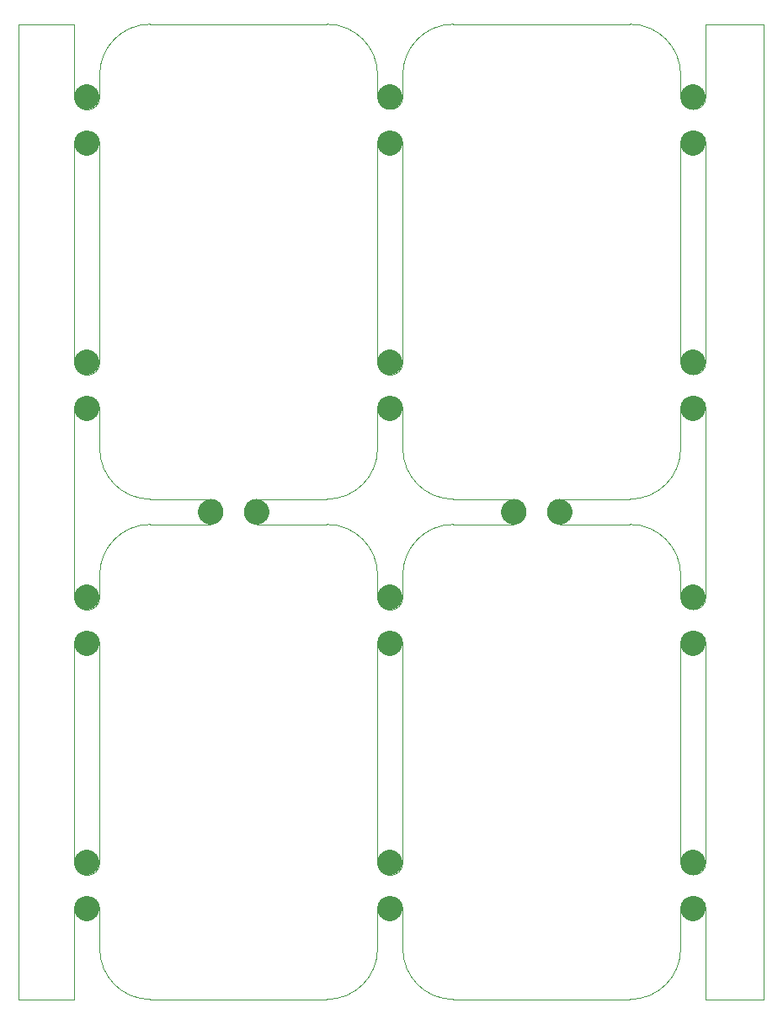
<source format=gbr>
G04 #@! TF.GenerationSoftware,KiCad,Pcbnew,(5.1.6)-1*
G04 #@! TF.CreationDate,2020-10-30T01:23:07+08:00*
G04 #@! TF.ProjectId,panelized2,70616e65-6c69-47a6-9564-322e6b696361,rev?*
G04 #@! TF.SameCoordinates,Original*
G04 #@! TF.FileFunction,Other,ECO1*
%FSLAX46Y46*%
G04 Gerber Fmt 4.6, Leading zero omitted, Abs format (unit mm)*
G04 Created by KiCad (PCBNEW (5.1.6)-1) date 2020-10-30 01:23:07*
%MOMM*%
%LPD*%
G01*
G04 APERTURE LIST*
G04 #@! TA.AperFunction,Profile*
%ADD10C,0.050000*%
G04 #@! TD*
%ADD11C,2.540000*%
G04 APERTURE END LIST*
D10*
X156209998Y-82803999D02*
G75*
G02*
X153670002Y-82804000I-1269998J-1D01*
G01*
X153670063Y-60756801D02*
G75*
G02*
X156210000Y-60769500I1269937J-12699D01*
G01*
X153670063Y-111048801D02*
G75*
G02*
X156210000Y-111061500I1269937J-12699D01*
G01*
X156209998Y-133095999D02*
G75*
G02*
X153670002Y-133096000I-1269998J-1D01*
G01*
X179070000Y-146812000D02*
X161290000Y-146812000D01*
X125729998Y-82803999D02*
G75*
G02*
X123190002Y-82804000I-1269998J-1D01*
G01*
X123190063Y-60756801D02*
G75*
G02*
X125730000Y-60769500I1269937J-12699D01*
G01*
X153670063Y-87426801D02*
G75*
G02*
X156210000Y-87439500I1269937J-12699D01*
G01*
X141541500Y-99060000D02*
X148590000Y-99060000D01*
X130810000Y-99060000D02*
X136855200Y-99060000D01*
X172021500Y-99060000D02*
X179070000Y-99060000D01*
X161290000Y-99060000D02*
X167335200Y-99060000D01*
X156209998Y-106425999D02*
G75*
G02*
X153670002Y-106426000I-1269998J-1D01*
G01*
X125729998Y-106425999D02*
G75*
G02*
X123190002Y-106426000I-1269998J-1D01*
G01*
X123190063Y-87426801D02*
G75*
G02*
X125730000Y-87439500I1269937J-12699D01*
G01*
X125729998Y-133095999D02*
G75*
G02*
X123190002Y-133096000I-1269998J-1D01*
G01*
X123190063Y-111048801D02*
G75*
G02*
X125730000Y-111061500I1269937J-12699D01*
G01*
X123190063Y-137718801D02*
G75*
G02*
X125730000Y-137731500I1269937J-12699D01*
G01*
X156210000Y-137731500D02*
X156210000Y-141732000D01*
X153670063Y-137718801D02*
G75*
G02*
X156210000Y-137731500I1269937J-12699D01*
G01*
X156209997Y-56134001D02*
G75*
G02*
X153670002Y-56133998I-1269997J63501D01*
G01*
X125729998Y-56133999D02*
G75*
G02*
X123190002Y-56134000I-1269998J-1D01*
G01*
X125730000Y-53848000D02*
X125730000Y-56134000D01*
X117602000Y-146812000D02*
X123190000Y-146812000D01*
X123190000Y-111048800D02*
X123190001Y-133095999D01*
X123190000Y-87426800D02*
X123190001Y-106425999D01*
X123190000Y-60756800D02*
X123190001Y-82803999D01*
X123190000Y-48768000D02*
X123190001Y-56133999D01*
X117602000Y-48768000D02*
X123190000Y-48768000D01*
X117602000Y-146812000D02*
X117602000Y-48768000D01*
X123190000Y-137718800D02*
X123190000Y-146812000D01*
X186691015Y-82753201D02*
X186690000Y-60756800D01*
X186690000Y-87426800D02*
X186691015Y-106375201D01*
X186691015Y-133045201D02*
X186690000Y-111048800D01*
X186690000Y-146812000D02*
X192532000Y-146812000D01*
X192532000Y-48768000D02*
X192532000Y-146812000D01*
X186690000Y-137718800D02*
X186690000Y-146812000D01*
X186690000Y-48768000D02*
X192532000Y-48768000D01*
X186691015Y-56083201D02*
X186690000Y-48768000D01*
X136855200Y-146812000D02*
X141541500Y-146812000D01*
X184150000Y-111048800D02*
G75*
G02*
X186690000Y-111048800I1270000J0D01*
G01*
X184150000Y-60756800D02*
G75*
G02*
X186690000Y-60756800I1270000J0D01*
G01*
X186691015Y-133045201D02*
G75*
G02*
X184150001Y-133095999I-1271015J1D01*
G01*
X184150000Y-87426800D02*
G75*
G02*
X186690000Y-87426800I1270000J0D01*
G01*
X184150000Y-137718800D02*
G75*
G02*
X186690000Y-137718800I1270000J0D01*
G01*
X186691015Y-106375201D02*
G75*
G02*
X184150001Y-106425999I-1271015J1D01*
G01*
X186691015Y-56083201D02*
G75*
G02*
X184150001Y-56133999I-1271015J1D01*
G01*
X186691015Y-82753201D02*
G75*
G02*
X184150001Y-82803999I-1271015J1D01*
G01*
X184150000Y-104140000D02*
X184150001Y-106425999D01*
X153670000Y-104140000D02*
X153670001Y-106425999D01*
X184150000Y-53848000D02*
X184150001Y-56133999D01*
X136855200Y-146812000D02*
X130810000Y-146812000D01*
X167335200Y-96520000D02*
X161290000Y-96520000D01*
X156210000Y-104140000D02*
X156210000Y-106426000D01*
X125730000Y-104140000D02*
X125730000Y-106426000D01*
X156210000Y-53848000D02*
X156210000Y-56134000D01*
X167335200Y-96520000D02*
G75*
G02*
X167335200Y-99060000I0J-1270000D01*
G01*
X156210000Y-111061500D02*
X156210000Y-133096000D01*
X125730000Y-111061500D02*
X125730000Y-133096000D01*
X156210000Y-60769500D02*
X156210000Y-82804000D01*
X172021500Y-99060000D02*
G75*
G02*
X172021500Y-96520000I0J1270000D01*
G01*
X184150000Y-141732000D02*
X184150000Y-137718800D01*
X153670000Y-141732000D02*
X153670000Y-137718800D01*
X184150000Y-91440000D02*
X184150000Y-87426800D01*
X148590000Y-146812000D02*
X141541500Y-146812000D01*
X179070000Y-96520000D02*
X172021500Y-96520000D01*
X184150001Y-133095999D02*
X184150000Y-111048800D01*
X153670001Y-133095999D02*
X153670000Y-111048800D01*
X184150001Y-82803999D02*
X184150000Y-60756800D01*
X125730000Y-141732000D02*
X125730000Y-137731500D01*
X156210000Y-91440000D02*
X156210000Y-87439500D01*
X161290000Y-48768000D02*
X179070000Y-48768000D01*
X161290000Y-146812000D02*
G75*
G02*
X156210000Y-141732000I0J5080000D01*
G01*
X130810000Y-146812000D02*
G75*
G02*
X125730000Y-141732000I0J5080000D01*
G01*
X161290000Y-96520000D02*
G75*
G02*
X156210000Y-91440000I0J5080000D01*
G01*
X184150000Y-141732000D02*
G75*
G02*
X179070000Y-146812000I-5080000J0D01*
G01*
X153670000Y-141732000D02*
G75*
G02*
X148590000Y-146812000I-5080000J0D01*
G01*
X184150000Y-91440000D02*
G75*
G02*
X179070000Y-96520000I-5080000J0D01*
G01*
X179070000Y-99060000D02*
G75*
G02*
X184150000Y-104140000I0J-5080000D01*
G01*
X148590000Y-99060000D02*
G75*
G02*
X153670000Y-104140000I0J-5080000D01*
G01*
X179070000Y-48768000D02*
G75*
G02*
X184150000Y-53848000I0J-5080000D01*
G01*
X156210000Y-104140000D02*
G75*
G02*
X161290000Y-99060000I5080000J0D01*
G01*
X125730000Y-104140000D02*
G75*
G02*
X130810000Y-99060000I5080000J0D01*
G01*
X156210000Y-53848000D02*
G75*
G02*
X161290000Y-48768000I5080000J0D01*
G01*
X125730000Y-91440000D02*
X125730000Y-87439500D01*
X125730000Y-60769500D02*
X125730000Y-82804000D01*
X136855200Y-96520000D02*
X130810000Y-96520000D01*
X148590000Y-96520000D02*
X141541500Y-96520000D01*
X136855200Y-96520000D02*
G75*
G02*
X136855200Y-99060000I0J-1270000D01*
G01*
X141541500Y-99060000D02*
G75*
G02*
X141541500Y-96520000I0J1270000D01*
G01*
X153670000Y-91440000D02*
X153670000Y-87426800D01*
X153670000Y-53848000D02*
X153670001Y-56133999D01*
X153670001Y-82803999D02*
X153670000Y-60756800D01*
X130810000Y-48768000D02*
X148590000Y-48768000D01*
X153670000Y-91440000D02*
G75*
G02*
X148590000Y-96520000I-5080000J0D01*
G01*
X130810000Y-96520000D02*
G75*
G02*
X125730000Y-91440000I0J5080000D01*
G01*
X148590000Y-48768000D02*
G75*
G02*
X153670000Y-53848000I0J-5080000D01*
G01*
X125730000Y-53848000D02*
G75*
G02*
X130810000Y-48768000I5080000J0D01*
G01*
D11*
X124460000Y-133052000D02*
X124460000Y-133052000D01*
X124460000Y-137712000D02*
X124460000Y-137712000D01*
X124460000Y-82760000D02*
X124460000Y-82760000D01*
X124460000Y-87420000D02*
X124460000Y-87420000D01*
X124460000Y-106382000D02*
X124460000Y-106382000D01*
X124460000Y-111042000D02*
X124460000Y-111042000D01*
X124460000Y-56090000D02*
X124460000Y-56090000D01*
X124460000Y-60750000D02*
X124460000Y-60750000D01*
X185420000Y-56090000D02*
X185420000Y-56090000D01*
X185420000Y-60750000D02*
X185420000Y-60750000D01*
X185420000Y-106382000D02*
X185420000Y-106382000D01*
X185420000Y-111042000D02*
X185420000Y-111042000D01*
X185420000Y-82760000D02*
X185420000Y-82760000D01*
X185420000Y-87420000D02*
X185420000Y-87420000D01*
X185420000Y-133052000D02*
X185420000Y-133052000D01*
X185420000Y-137712000D02*
X185420000Y-137712000D01*
X154940000Y-133052000D02*
X154940000Y-133052000D01*
X154940000Y-137712000D02*
X154940000Y-137712000D01*
X154940000Y-106382000D02*
X154940000Y-106382000D01*
X154940000Y-111042000D02*
X154940000Y-111042000D01*
X167342000Y-97790000D02*
X167342000Y-97790000D01*
X172002000Y-97790000D02*
X172002000Y-97790000D01*
X141522000Y-97790000D02*
X141522000Y-97790000D01*
X136862000Y-97790000D02*
X136862000Y-97790000D01*
X154940000Y-87420000D02*
X154940000Y-87420000D01*
X154940000Y-82760000D02*
X154940000Y-82760000D01*
X154940000Y-60750000D02*
X154940000Y-60750000D01*
X154940000Y-56090000D02*
X154940000Y-56090000D01*
M02*

</source>
